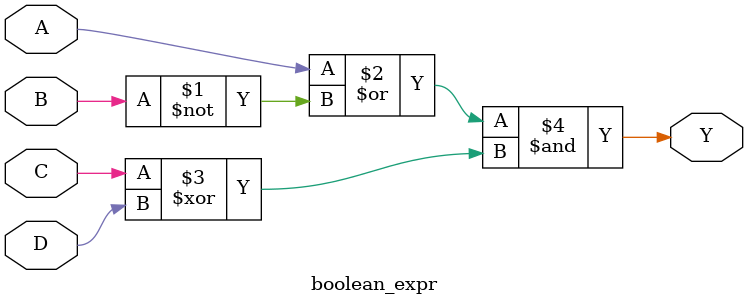
<source format=v>
module boolean_expr(input A, B, C, D, output Y);
assign Y = (A | ~B) & (C ^ D);
endmodule

</source>
